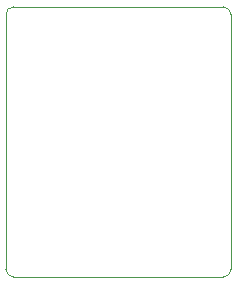
<source format=gbr>
%TF.GenerationSoftware,KiCad,Pcbnew,(5.1.9)-1*%
%TF.CreationDate,2021-09-21T23:47:53-04:00*%
%TF.ProjectId,SOIC-16_3.9mm Adapter,534f4943-2d31-4365-9f33-2e396d6d2041,rev?*%
%TF.SameCoordinates,Original*%
%TF.FileFunction,Profile,NP*%
%FSLAX46Y46*%
G04 Gerber Fmt 4.6, Leading zero omitted, Abs format (unit mm)*
G04 Created by KiCad (PCBNEW (5.1.9)-1) date 2021-09-21 23:47:53*
%MOMM*%
%LPD*%
G01*
G04 APERTURE LIST*
%TA.AperFunction,Profile*%
%ADD10C,0.050000*%
%TD*%
G04 APERTURE END LIST*
D10*
X143510000Y-81280000D02*
X125730000Y-81280000D01*
X144145000Y-80645000D02*
G75*
G02*
X143510000Y-81280000I-635000J0D01*
G01*
X125730000Y-81280000D02*
G75*
G02*
X125095000Y-80645000I0J635000D01*
G01*
X125095000Y-59055000D02*
G75*
G02*
X125730000Y-58420000I635000J0D01*
G01*
X143510000Y-58420000D02*
G75*
G02*
X144145000Y-59055000I0J-635000D01*
G01*
X125095000Y-80645000D02*
X125095000Y-59055000D01*
X144145000Y-59055000D02*
X144145000Y-80645000D01*
X125730000Y-58420000D02*
X143510000Y-58420000D01*
M02*

</source>
